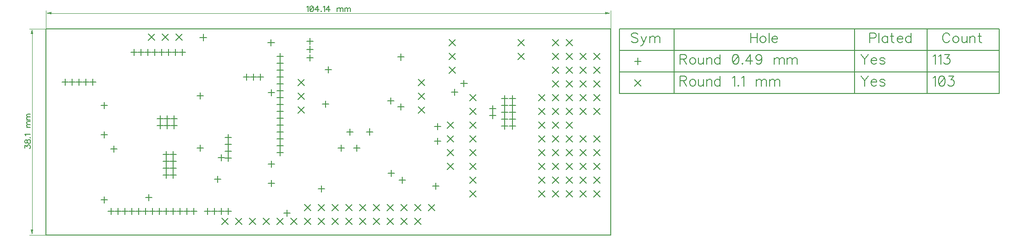
<source format=gbr>
G04 DipTrace 2.4.0.2*
%INThrough.gbr*%
%MOMM*%
G04 Drill Symbols*
G04 D=0.486 - Cross*
G04 D=1.1 - X*
%ADD10C,0.203*%
%ADD11C,0.14*%
%ADD13C,0.035*%
%ADD86C,0.157*%
%FSLAX53Y53*%
G04*
G71*
G90*
G75*
G01*
X95923Y36157D2*
D10*
X97117Y34963D1*
Y36157D2*
X95923Y34963D1*
X93383Y36157D2*
X94577Y34963D1*
Y36157D2*
X93383Y34963D1*
X95923Y33617D2*
X97117Y32423D1*
Y33617D2*
X95923Y32423D1*
X93383Y33617D2*
X94577Y32423D1*
Y33617D2*
X93383Y32423D1*
X95923Y31077D2*
X97117Y29883D1*
Y31077D2*
X95923Y29883D1*
X93383Y31077D2*
X94577Y29883D1*
Y31077D2*
X93383Y29883D1*
X95923Y28537D2*
X97117Y27343D1*
Y28537D2*
X95923Y27343D1*
X93383Y28537D2*
X94577Y27343D1*
Y28537D2*
X93383Y27343D1*
X95923Y25997D2*
X97117Y24803D1*
Y25997D2*
X95923Y24803D1*
X93383Y25997D2*
X94577Y24803D1*
Y25997D2*
X93383Y24803D1*
X95923Y23457D2*
X97117Y22263D1*
Y23457D2*
X95923Y22263D1*
X93383Y23457D2*
X94577Y22263D1*
Y23457D2*
X93383Y22263D1*
X95923Y20917D2*
X97117Y19723D1*
Y20917D2*
X95923Y19723D1*
X93383Y20917D2*
X94577Y19723D1*
Y20917D2*
X93383Y19723D1*
X95923Y18377D2*
X97117Y17183D1*
Y18377D2*
X95923Y17183D1*
X93383Y18377D2*
X94577Y17183D1*
Y18377D2*
X93383Y17183D1*
X95923Y15837D2*
X97117Y14643D1*
Y15837D2*
X95923Y14643D1*
X93383Y15837D2*
X94577Y14643D1*
Y15837D2*
X93383Y14643D1*
X95923Y13297D2*
X97117Y12103D1*
Y13297D2*
X95923Y12103D1*
X93383Y13297D2*
X94577Y12103D1*
Y13297D2*
X93383Y12103D1*
X95923Y10757D2*
X97117Y9563D1*
Y10757D2*
X95923Y9563D1*
X93383Y10757D2*
X94577Y9563D1*
Y10757D2*
X93383Y9563D1*
X95923Y8217D2*
X97117Y7023D1*
Y8217D2*
X95923Y7023D1*
X93383Y8217D2*
X94577Y7023D1*
Y8217D2*
X93383Y7023D1*
X47663Y5677D2*
X48857Y4483D1*
Y5677D2*
X47663Y4483D1*
X50203Y5677D2*
X51397Y4483D1*
Y5677D2*
X50203Y4483D1*
X52743Y5677D2*
X53937Y4483D1*
Y5677D2*
X52743Y4483D1*
X55283Y5677D2*
X56477Y4483D1*
Y5677D2*
X55283Y4483D1*
X57823Y5677D2*
X59017Y4483D1*
Y5677D2*
X57823Y4483D1*
X60363Y5677D2*
X61557Y4483D1*
Y5677D2*
X60363Y4483D1*
X62903Y5677D2*
X64097Y4483D1*
Y5677D2*
X62903Y4483D1*
X65443Y5677D2*
X66637Y4483D1*
Y5677D2*
X65443Y4483D1*
X67983Y5677D2*
X69177Y4483D1*
Y5677D2*
X67983Y4483D1*
X70523Y5677D2*
X71717Y4483D1*
Y5677D2*
X70523Y4483D1*
X101003Y8217D2*
X102197Y7023D1*
Y8217D2*
X101003Y7023D1*
X98463Y8217D2*
X99657Y7023D1*
Y8217D2*
X98463Y7023D1*
X101003Y10757D2*
X102197Y9563D1*
Y10757D2*
X101003Y9563D1*
X98463Y10757D2*
X99657Y9563D1*
Y10757D2*
X98463Y9563D1*
X101003Y13297D2*
X102197Y12103D1*
Y13297D2*
X101003Y12103D1*
X98463Y13297D2*
X99657Y12103D1*
Y13297D2*
X98463Y12103D1*
X101003Y15837D2*
X102197Y14643D1*
Y15837D2*
X101003Y14643D1*
X98463Y15837D2*
X99657Y14643D1*
Y15837D2*
X98463Y14643D1*
X101003Y18377D2*
X102197Y17183D1*
Y18377D2*
X101003Y17183D1*
X98463Y18377D2*
X99657Y17183D1*
Y18377D2*
X98463Y17183D1*
X101003Y23457D2*
X102197Y22263D1*
Y23457D2*
X101003Y22263D1*
X98463Y23457D2*
X99657Y22263D1*
Y23457D2*
X98463Y22263D1*
X101003Y25997D2*
X102197Y24803D1*
Y25997D2*
X101003Y24803D1*
X98463Y25997D2*
X99657Y24803D1*
Y25997D2*
X98463Y24803D1*
X101003Y28537D2*
X102197Y27343D1*
Y28537D2*
X101003Y27343D1*
X98463Y28537D2*
X99657Y27343D1*
Y28537D2*
X98463Y27343D1*
X101003Y31077D2*
X102197Y29883D1*
Y31077D2*
X101003Y29883D1*
X98463Y31077D2*
X99657Y29883D1*
Y31077D2*
X98463Y29883D1*
X101003Y33617D2*
X102197Y32423D1*
Y33617D2*
X101003Y32423D1*
X98463Y33617D2*
X99657Y32423D1*
Y33617D2*
X98463Y32423D1*
X18913Y37107D2*
X20107Y35913D1*
Y37107D2*
X18913Y35913D1*
X21453Y37107D2*
X22647Y35913D1*
Y37107D2*
X21453Y35913D1*
X23993Y37107D2*
X25187Y35913D1*
Y37107D2*
X23993Y35913D1*
X46517Y23711D2*
X47711Y22517D1*
Y23711D2*
X46517Y22517D1*
Y26251D2*
X47711Y25057D1*
Y26251D2*
X46517Y25057D1*
Y28791D2*
X47711Y27597D1*
Y28791D2*
X46517Y27597D1*
X68704Y23701D2*
X69898Y22507D1*
Y23701D2*
X68704Y22507D1*
Y26241D2*
X69898Y25047D1*
Y26241D2*
X68704Y25047D1*
Y28781D2*
X69898Y27587D1*
Y28781D2*
X68704Y27587D1*
X87033Y33617D2*
X88227Y32423D1*
Y33617D2*
X87033Y32423D1*
Y36157D2*
X88227Y34963D1*
Y36157D2*
X87033Y34963D1*
X74333Y31077D2*
X75527Y29883D1*
Y31077D2*
X74333Y29883D1*
Y33617D2*
X75527Y32423D1*
Y33617D2*
X74333Y32423D1*
Y36157D2*
X75527Y34963D1*
Y36157D2*
X74333Y34963D1*
X74023Y13298D2*
X75217Y12104D1*
Y13298D2*
X74023Y12104D1*
Y15838D2*
X75217Y14644D1*
Y15838D2*
X74023Y14644D1*
Y18378D2*
X75217Y17184D1*
Y18378D2*
X74023Y17184D1*
Y20918D2*
X75217Y19724D1*
Y20918D2*
X74023Y19724D1*
X90843Y8217D2*
X92037Y7023D1*
Y8217D2*
X90843Y7023D1*
Y10757D2*
X92037Y9563D1*
Y10757D2*
X90843Y9563D1*
Y13297D2*
X92037Y12103D1*
Y13297D2*
X90843Y12103D1*
Y15837D2*
X92037Y14643D1*
Y15837D2*
X90843Y14643D1*
Y18377D2*
X92037Y17183D1*
Y18377D2*
X90843Y17183D1*
Y20917D2*
X92037Y19723D1*
Y20917D2*
X90843Y19723D1*
Y23457D2*
X92037Y22263D1*
Y23457D2*
X90843Y22263D1*
Y25997D2*
X92037Y24803D1*
Y25997D2*
X90843Y24803D1*
X78143Y8217D2*
X79337Y7023D1*
Y8217D2*
X78143Y7023D1*
Y10757D2*
X79337Y9563D1*
Y10757D2*
X78143Y9563D1*
Y13297D2*
X79337Y12103D1*
Y13297D2*
X78143Y12103D1*
Y15837D2*
X79337Y14643D1*
Y15837D2*
X78143Y14643D1*
Y18377D2*
X79337Y17183D1*
Y18377D2*
X78143Y17183D1*
Y20917D2*
X79337Y19723D1*
Y20917D2*
X78143Y19723D1*
Y23457D2*
X79337Y22263D1*
Y23457D2*
X78143Y22263D1*
Y25997D2*
X79337Y24803D1*
Y25997D2*
X78143Y24803D1*
X32423Y3137D2*
X33617Y1943D1*
Y3137D2*
X32423Y1943D1*
X34963Y3137D2*
X36157Y1943D1*
Y3137D2*
X34963Y1943D1*
X37503Y3137D2*
X38697Y1943D1*
Y3137D2*
X37503Y1943D1*
X40043Y3137D2*
X41237Y1943D1*
Y3137D2*
X40043Y1943D1*
X42583Y3137D2*
X43777Y1943D1*
Y3137D2*
X42583Y1943D1*
X45123Y3137D2*
X46317Y1943D1*
Y3137D2*
X45123Y1943D1*
X47663Y3137D2*
X48857Y1943D1*
Y3137D2*
X47663Y1943D1*
X50203Y3137D2*
X51397Y1943D1*
Y3137D2*
X50203Y1943D1*
X52743Y3137D2*
X53937Y1943D1*
Y3137D2*
X52743Y1943D1*
X55283Y3137D2*
X56477Y1943D1*
Y3137D2*
X55283Y1943D1*
X57823Y3137D2*
X59017Y1943D1*
Y3137D2*
X57823Y1943D1*
X60363Y3137D2*
X61557Y1943D1*
Y3137D2*
X60363Y1943D1*
X62903Y3137D2*
X64097Y1943D1*
Y3137D2*
X62903Y1943D1*
X65443Y3137D2*
X66637Y1943D1*
Y3137D2*
X65443Y1943D1*
X67983Y3137D2*
X69177Y1943D1*
Y3137D2*
X67983Y1943D1*
X22225Y15447D2*
Y14253D1*
X21628Y14850D2*
X22822D1*
X22225Y14177D2*
Y12983D1*
X21628Y13580D2*
X22822D1*
X43180Y33617D2*
Y32423D1*
X42583Y33020D2*
X43777D1*
X43180Y32347D2*
Y31153D1*
X42583Y31750D2*
X43777D1*
X43180Y31077D2*
Y29883D1*
X42583Y30480D2*
X43777D1*
X43180Y29807D2*
Y28613D1*
X42583Y29210D2*
X43777D1*
X43180Y28537D2*
Y27343D1*
X42583Y27940D2*
X43777D1*
X43180Y27267D2*
Y26073D1*
X42583Y26670D2*
X43777D1*
X43180Y25997D2*
Y24803D1*
X42583Y25400D2*
X43777D1*
X43180Y24727D2*
Y23533D1*
X42583Y24130D2*
X43777D1*
X43180Y23457D2*
Y22263D1*
X42583Y22860D2*
X43777D1*
X43180Y22187D2*
Y20993D1*
X42583Y21590D2*
X43777D1*
X43180Y20917D2*
Y19723D1*
X42583Y20320D2*
X43777D1*
X43180Y19647D2*
Y18453D1*
X42583Y19050D2*
X43777D1*
X43180Y18377D2*
Y17183D1*
X42583Y17780D2*
X43777D1*
X43180Y17107D2*
Y15913D1*
X42583Y16510D2*
X43777D1*
X43180Y15837D2*
Y14643D1*
X42583Y15240D2*
X43777D1*
X21070Y22067D2*
Y20873D1*
X20473Y21470D2*
X21667D1*
X12070Y4937D2*
Y3743D1*
X11473Y4340D2*
X12667D1*
X13340Y4937D2*
Y3743D1*
X12743Y4340D2*
X13937D1*
X22225Y12907D2*
Y11713D1*
X21628Y12310D2*
X22822D1*
X22225Y11637D2*
Y10443D1*
X21628Y11040D2*
X22822D1*
X23495Y15447D2*
Y14253D1*
X22898Y14850D2*
X24092D1*
X23495Y14177D2*
Y12983D1*
X22898Y13580D2*
X24092D1*
X23495Y12907D2*
Y11713D1*
X22898Y12310D2*
X24092D1*
X23495Y11637D2*
Y10443D1*
X22898Y11040D2*
X24092D1*
X16270Y34337D2*
Y33143D1*
X15673Y33740D2*
X16867D1*
X17540Y34337D2*
Y33143D1*
X16943Y33740D2*
X18137D1*
X18810Y34337D2*
Y33143D1*
X18213Y33740D2*
X19407D1*
X20080Y34337D2*
Y33143D1*
X19483Y33740D2*
X20677D1*
X84623Y25803D2*
Y24609D1*
X84026Y25206D2*
X85220D1*
X84623Y24533D2*
Y23339D1*
X84026Y23936D2*
X85220D1*
X84623Y23263D2*
Y22069D1*
X84026Y22666D2*
X85220D1*
X84623Y21993D2*
Y20799D1*
X84026Y21396D2*
X85220D1*
X86052Y25803D2*
Y24609D1*
X85455Y25206D2*
X86649D1*
X86052Y24533D2*
Y23339D1*
X85455Y23936D2*
X86649D1*
X86052Y23263D2*
Y22069D1*
X85455Y22666D2*
X86649D1*
X86052Y21993D2*
Y20799D1*
X85455Y21396D2*
X86649D1*
X84623Y20723D2*
Y19529D1*
X84026Y20126D2*
X85220D1*
X86052Y20723D2*
Y19529D1*
X85455Y20126D2*
X86649D1*
X82400Y23898D2*
Y22704D1*
X81803Y23301D2*
X82997D1*
X82400Y22628D2*
Y21434D1*
X81803Y22031D2*
X82997D1*
X21350Y34337D2*
Y33143D1*
X20753Y33740D2*
X21947D1*
X22620Y34337D2*
Y33143D1*
X22023Y33740D2*
X23217D1*
X23890Y34337D2*
Y33143D1*
X23293Y33740D2*
X24487D1*
X25160Y34337D2*
Y33143D1*
X24563Y33740D2*
X25757D1*
X22340Y22067D2*
Y20873D1*
X21743Y21470D2*
X22937D1*
X23610Y22067D2*
Y20873D1*
X23013Y21470D2*
X24207D1*
X14610Y4937D2*
Y3743D1*
X14013Y4340D2*
X15207D1*
X15880Y4937D2*
Y3743D1*
X15283Y4340D2*
X16477D1*
X17150Y4937D2*
Y3743D1*
X16553Y4340D2*
X17747D1*
X18420Y4937D2*
Y3743D1*
X17823Y4340D2*
X19017D1*
X19690Y4937D2*
Y3743D1*
X19093Y4340D2*
X20287D1*
X20960Y4937D2*
Y3743D1*
X20363Y4340D2*
X21557D1*
X22230Y4937D2*
Y3743D1*
X21633Y4340D2*
X22827D1*
X23500Y4937D2*
Y3743D1*
X22903Y4340D2*
X24097D1*
X24770Y4937D2*
Y3743D1*
X24173Y4340D2*
X25367D1*
X26040Y4937D2*
Y3743D1*
X25443Y4340D2*
X26637D1*
X27310Y4937D2*
Y3743D1*
X26713Y4340D2*
X27907D1*
X21070Y20797D2*
Y19603D1*
X20473Y20200D2*
X21667D1*
X29850Y4937D2*
Y3743D1*
X29253Y4340D2*
X30447D1*
X31120Y4937D2*
Y3743D1*
X30523Y4340D2*
X31717D1*
X32390Y4937D2*
Y3743D1*
X31793Y4340D2*
X32987D1*
X33660Y4937D2*
Y3743D1*
X33063Y4340D2*
X34257D1*
X22340Y20797D2*
Y19603D1*
X21743Y20200D2*
X22937D1*
X23610Y20797D2*
Y19603D1*
X23013Y20200D2*
X24207D1*
X3570Y28837D2*
Y27643D1*
X2973Y28240D2*
X4167D1*
X4840Y28837D2*
Y27643D1*
X4243Y28240D2*
X5437D1*
X6110Y28837D2*
Y27643D1*
X5513Y28240D2*
X6707D1*
X7380Y28837D2*
Y27643D1*
X6783Y28240D2*
X7977D1*
X8650Y28837D2*
Y27643D1*
X8053Y28240D2*
X9247D1*
X37040Y29797D2*
Y28603D1*
X36443Y29200D2*
X37637D1*
X38310Y29797D2*
Y28603D1*
X37713Y29200D2*
X38907D1*
X39580Y29797D2*
Y28603D1*
X38983Y29200D2*
X40177D1*
X33655Y18622D2*
Y17428D1*
X33058Y18025D2*
X34252D1*
X33655Y17352D2*
Y16158D1*
X33058Y16755D2*
X34252D1*
X33655Y16082D2*
Y14888D1*
X33058Y15485D2*
X34252D1*
X33655Y14812D2*
Y13618D1*
X33058Y14215D2*
X34252D1*
X65722Y10757D2*
Y9563D1*
X65126Y10160D2*
X66319D1*
X77107Y28572D2*
Y27378D1*
X76510Y27975D2*
X77704D1*
X57315Y16632D2*
Y15438D1*
X56718Y16035D2*
X57912D1*
X54457Y16632D2*
Y15438D1*
X53860Y16035D2*
X55054D1*
X75406Y26950D2*
Y25756D1*
X74809Y26353D2*
X76003D1*
X32340Y14862D2*
Y13668D1*
X31743Y14265D2*
X32937D1*
X31697Y10912D2*
Y9718D1*
X31100Y10315D2*
X32294D1*
X10750Y24497D2*
Y23303D1*
X10153Y23900D2*
X11347D1*
X10750Y19137D2*
Y17943D1*
X10153Y18540D2*
X11347D1*
X10750Y7067D2*
Y5873D1*
X10153Y6470D2*
X11347D1*
X18970Y7537D2*
Y6343D1*
X18373Y6940D2*
X19567D1*
X29020Y37097D2*
Y35903D1*
X28423Y36500D2*
X29617D1*
X41550Y36147D2*
Y34953D1*
X40953Y35550D2*
X42147D1*
X41610Y26917D2*
Y25723D1*
X41013Y26320D2*
X42207D1*
X41610Y13687D2*
Y12493D1*
X41013Y13090D2*
X42207D1*
X41610Y10147D2*
Y8953D1*
X41013Y9550D2*
X42207D1*
X56039Y19649D2*
Y18455D1*
X55442Y19052D2*
X56636D1*
X59690Y19655D2*
Y18461D1*
X59093Y19058D2*
X60287D1*
X63659Y12027D2*
Y10833D1*
X63062Y11430D2*
X64256D1*
X72239Y20602D2*
Y19408D1*
X71642Y20005D2*
X72836D1*
X72239Y17903D2*
Y16709D1*
X71642Y17306D2*
X72836D1*
X44500Y4597D2*
Y3403D1*
X43903Y4000D2*
X45097D1*
X50850Y9122D2*
Y7928D1*
X50253Y8525D2*
X51447D1*
X71925Y9622D2*
Y8428D1*
X71328Y9025D2*
X72522D1*
X48741Y33303D2*
Y32109D1*
X48144Y32706D2*
X49338D1*
X51550Y24797D2*
Y23603D1*
X50953Y24200D2*
X52147D1*
X65475Y33462D2*
Y32268D1*
X64878Y32865D2*
X66072D1*
X65475Y24297D2*
Y23103D1*
X64878Y23700D2*
X66072D1*
X48700Y36397D2*
Y35203D1*
X48103Y35800D2*
X49297D1*
X63633Y25367D2*
Y24173D1*
X63036Y24770D2*
X64230D1*
X52060Y31157D2*
Y29963D1*
X51463Y30560D2*
X52657D1*
X48700Y34897D2*
Y33703D1*
X48103Y34300D2*
X49297D1*
X28456Y16652D2*
Y15458D1*
X27859Y16055D2*
X29053D1*
X28456Y26277D2*
Y25083D1*
X27859Y25680D2*
X29053D1*
X12580Y16499D2*
Y15305D1*
X11983Y15902D2*
X13177D1*
X105807Y38100D2*
X115807D1*
Y34100D1*
X105807D1*
Y38100D1*
Y34100D2*
X115807D1*
Y30100D1*
X105807D1*
Y34100D1*
Y30100D2*
X115807D1*
Y26100D1*
X105807D1*
Y30100D1*
X115807Y38100D2*
X149140D1*
Y34100D1*
X115807D1*
Y38100D1*
Y34100D2*
X149140D1*
Y30100D1*
X115807D1*
Y34100D1*
Y30100D2*
X149140D1*
Y26100D1*
X115807D1*
Y30100D1*
X149140Y38100D2*
X162473D1*
Y34100D1*
X149140D1*
Y38100D1*
Y34100D2*
X162473D1*
Y30100D1*
X149140D1*
Y34100D1*
Y30100D2*
X162473D1*
Y26100D1*
X149140D1*
Y30100D1*
X162473Y38100D2*
X175807D1*
Y34100D1*
X162473D1*
Y38100D1*
Y34100D2*
X175807D1*
Y30100D1*
X162473D1*
Y34100D1*
Y30100D2*
X175807D1*
Y26100D1*
X162473D1*
Y30100D1*
X109140Y32697D2*
Y31503D1*
X108543Y32100D2*
X109737D1*
X108543Y28697D2*
X109737Y27503D1*
Y28697D2*
X108543Y27503D1*
X109147Y37057D2*
X108978Y37228D1*
X108723Y37312D1*
X108383D1*
X108127Y37228D1*
X107956Y37057D1*
Y36888D1*
X108043Y36717D1*
X108127Y36632D1*
X108296Y36548D1*
X108807Y36377D1*
X108978Y36292D1*
X109063Y36206D1*
X109147Y36037D1*
Y35781D1*
X108978Y35612D1*
X108723Y35526D1*
X108383D1*
X108127Y35612D1*
X107956Y35781D1*
X109783Y36717D2*
X110292Y35526D1*
X110123Y35186D1*
X109952Y35015D1*
X109783Y34930D1*
X109696D1*
X110803Y36717D2*
X110292Y35526D1*
X111352Y36717D2*
Y35526D1*
Y36377D2*
X111607Y36632D1*
X111778Y36717D1*
X112032D1*
X112203Y36632D1*
X112287Y36377D1*
Y35526D1*
Y36377D2*
X112543Y36632D1*
X112714Y36717D1*
X112967D1*
X113138Y36632D1*
X113225Y36377D1*
Y35526D1*
X129948Y37312D2*
Y35526D1*
X131139Y37312D2*
Y35526D1*
X129948Y36461D2*
X131139D1*
X132112Y36717D2*
X131943Y36632D1*
X131772Y36461D1*
X131688Y36206D1*
Y36037D1*
X131772Y35781D1*
X131943Y35612D1*
X132112Y35526D1*
X132368D1*
X132539Y35612D1*
X132708Y35781D1*
X132794Y36037D1*
Y36206D1*
X132708Y36461D1*
X132539Y36632D1*
X132368Y36717D1*
X132112D1*
X133343Y37312D2*
Y35526D1*
X133892Y36206D2*
X134912D1*
Y36377D1*
X134828Y36548D1*
X134743Y36632D1*
X134572Y36717D1*
X134317D1*
X134148Y36632D1*
X133977Y36461D1*
X133892Y36206D1*
Y36037D1*
X133977Y35781D1*
X134148Y35612D1*
X134317Y35526D1*
X134572D1*
X134743Y35612D1*
X134912Y35781D1*
X116944Y32461D2*
X117708D1*
X117964Y32548D1*
X118050Y32632D1*
X118135Y32801D1*
Y32972D1*
X118050Y33141D1*
X117964Y33228D1*
X117708Y33312D1*
X116944D1*
Y31526D1*
X117539Y32461D2*
X118135Y31526D1*
X119108Y32717D2*
X118939Y32632D1*
X118768Y32461D1*
X118684Y32206D1*
Y32037D1*
X118768Y31781D1*
X118939Y31612D1*
X119108Y31526D1*
X119364D1*
X119535Y31612D1*
X119704Y31781D1*
X119790Y32037D1*
Y32206D1*
X119704Y32461D1*
X119535Y32632D1*
X119364Y32717D1*
X119108D1*
X120339D2*
Y31866D1*
X120424Y31612D1*
X120595Y31526D1*
X120850D1*
X121020Y31612D1*
X121275Y31866D1*
Y32717D2*
Y31526D1*
X121824Y32717D2*
Y31526D1*
Y32377D2*
X122080Y32632D1*
X122251Y32717D1*
X122504D1*
X122675Y32632D1*
X122760Y32377D1*
Y31526D1*
X124329Y33312D2*
Y31526D1*
Y32461D2*
X124160Y32632D1*
X123989Y32717D1*
X123733D1*
X123564Y32632D1*
X123393Y32461D1*
X123309Y32206D1*
Y32037D1*
X123393Y31781D1*
X123564Y31612D1*
X123733Y31526D1*
X123989D1*
X124160Y31612D1*
X124329Y31781D1*
X127117Y33310D2*
X126861Y33226D1*
X126690Y32970D1*
X126606Y32546D1*
Y32290D1*
X126690Y31866D1*
X126861Y31610D1*
X127117Y31526D1*
X127286D1*
X127541Y31610D1*
X127710Y31866D1*
X127797Y32290D1*
Y32546D1*
X127710Y32970D1*
X127541Y33226D1*
X127286Y33310D1*
X127117D1*
X127710Y32970D2*
X126690Y31866D1*
X128430Y31697D2*
X128346Y31610D1*
X128430Y31526D1*
X128517Y31610D1*
X128430Y31697D1*
X129917Y31526D2*
Y33310D1*
X129066Y32121D1*
X130341D1*
X131997Y32717D2*
X131911Y32461D1*
X131742Y32290D1*
X131486Y32206D1*
X131401D1*
X131146Y32290D1*
X130977Y32461D1*
X130890Y32717D1*
Y32801D1*
X130977Y33057D1*
X131146Y33226D1*
X131401Y33310D1*
X131486D1*
X131742Y33226D1*
X131911Y33057D1*
X131997Y32717D1*
Y32290D1*
X131911Y31866D1*
X131742Y31610D1*
X131486Y31526D1*
X131317D1*
X131061Y31610D1*
X130977Y31781D1*
X134274Y32717D2*
Y31526D1*
Y32377D2*
X134530Y32632D1*
X134701Y32717D1*
X134954D1*
X135125Y32632D1*
X135210Y32377D1*
Y31526D1*
Y32377D2*
X135465Y32632D1*
X135636Y32717D1*
X135890D1*
X136061Y32632D1*
X136147Y32377D1*
Y31526D1*
X136696Y32717D2*
Y31526D1*
Y32377D2*
X136952Y32632D1*
X137123Y32717D1*
X137376D1*
X137547Y32632D1*
X137632Y32377D1*
Y31526D1*
Y32377D2*
X137887Y32632D1*
X138058Y32717D1*
X138312D1*
X138483Y32632D1*
X138569Y32377D1*
Y31526D1*
X116944Y28461D2*
X117708D1*
X117964Y28548D1*
X118050Y28632D1*
X118135Y28801D1*
Y28972D1*
X118050Y29141D1*
X117964Y29228D1*
X117708Y29312D1*
X116944D1*
Y27526D1*
X117539Y28461D2*
X118135Y27526D1*
X119108Y28717D2*
X118939Y28632D1*
X118768Y28461D1*
X118684Y28206D1*
Y28037D1*
X118768Y27781D1*
X118939Y27612D1*
X119108Y27526D1*
X119364D1*
X119535Y27612D1*
X119704Y27781D1*
X119790Y28037D1*
Y28206D1*
X119704Y28461D1*
X119535Y28632D1*
X119364Y28717D1*
X119108D1*
X120339D2*
Y27866D1*
X120424Y27612D1*
X120595Y27526D1*
X120850D1*
X121020Y27612D1*
X121275Y27866D1*
Y28717D2*
Y27526D1*
X121824Y28717D2*
Y27526D1*
Y28377D2*
X122080Y28632D1*
X122251Y28717D1*
X122504D1*
X122675Y28632D1*
X122760Y28377D1*
Y27526D1*
X124329Y29312D2*
Y27526D1*
Y28461D2*
X124160Y28632D1*
X123989Y28717D1*
X123733D1*
X123564Y28632D1*
X123393Y28461D1*
X123309Y28206D1*
Y28037D1*
X123393Y27781D1*
X123564Y27612D1*
X123733Y27526D1*
X123989D1*
X124160Y27612D1*
X124329Y27781D1*
X126606Y28970D2*
X126777Y29057D1*
X127032Y29310D1*
Y27526D1*
X127666Y27697D2*
X127581Y27610D1*
X127666Y27526D1*
X127752Y27610D1*
X127666Y27697D1*
X128301Y28970D2*
X128472Y29057D1*
X128728Y29310D1*
Y27526D1*
X131005Y28717D2*
Y27526D1*
Y28377D2*
X131261Y28632D1*
X131432Y28717D1*
X131685D1*
X131856Y28632D1*
X131941Y28377D1*
Y27526D1*
Y28377D2*
X132196Y28632D1*
X132367Y28717D1*
X132621D1*
X132792Y28632D1*
X132878Y28377D1*
Y27526D1*
X133427Y28717D2*
Y27526D1*
Y28377D2*
X133683Y28632D1*
X133854Y28717D1*
X134107D1*
X134278Y28632D1*
X134363Y28377D1*
Y27526D1*
Y28377D2*
X134618Y28632D1*
X134789Y28717D1*
X135043D1*
X135214Y28632D1*
X135300Y28377D1*
Y27526D1*
X151876Y36377D2*
X152643D1*
X152896Y36461D1*
X152983Y36548D1*
X153067Y36717D1*
Y36972D1*
X152983Y37141D1*
X152896Y37228D1*
X152643Y37312D1*
X151876D1*
Y35526D1*
X153616Y37312D2*
Y35526D1*
X155185Y36717D2*
Y35526D1*
Y36461D2*
X155016Y36632D1*
X154845Y36717D1*
X154592D1*
X154421Y36632D1*
X154252Y36461D1*
X154165Y36206D1*
Y36037D1*
X154252Y35781D1*
X154421Y35612D1*
X154592Y35526D1*
X154845D1*
X155016Y35612D1*
X155185Y35781D1*
X155990Y37312D2*
Y35866D1*
X156074Y35612D1*
X156245Y35526D1*
X156414D1*
X155734Y36717D2*
X156330D1*
X156963Y36206D2*
X157983D1*
Y36377D1*
X157899Y36548D1*
X157814Y36632D1*
X157643Y36717D1*
X157388D1*
X157219Y36632D1*
X157048Y36461D1*
X156963Y36206D1*
Y36037D1*
X157048Y35781D1*
X157219Y35612D1*
X157388Y35526D1*
X157643D1*
X157814Y35612D1*
X157983Y35781D1*
X159553Y37312D2*
Y35526D1*
Y36461D2*
X159384Y36632D1*
X159213Y36717D1*
X158957D1*
X158788Y36632D1*
X158617Y36461D1*
X158533Y36206D1*
Y36037D1*
X158617Y35781D1*
X158788Y35612D1*
X158957Y35526D1*
X159213D1*
X159384Y35612D1*
X159553Y35781D1*
X150277Y33312D2*
X150957Y32461D1*
Y31526D1*
X151637Y33312D2*
X150957Y32461D1*
X152186Y32206D2*
X153206D1*
Y32377D1*
X153122Y32548D1*
X153037Y32632D1*
X152866Y32717D1*
X152611D1*
X152442Y32632D1*
X152271Y32461D1*
X152186Y32206D1*
Y32037D1*
X152271Y31781D1*
X152442Y31612D1*
X152611Y31526D1*
X152866D1*
X153037Y31612D1*
X153206Y31781D1*
X154691Y32461D2*
X154606Y32632D1*
X154351Y32717D1*
X154095D1*
X153840Y32632D1*
X153755Y32461D1*
X153840Y32292D1*
X154011Y32206D1*
X154435Y32121D1*
X154606Y32037D1*
X154691Y31866D1*
Y31781D1*
X154606Y31612D1*
X154351Y31526D1*
X154095D1*
X153840Y31612D1*
X153755Y31781D1*
X150277Y29312D2*
X150957Y28461D1*
Y27526D1*
X151637Y29312D2*
X150957Y28461D1*
X152186Y28206D2*
X153206D1*
Y28377D1*
X153122Y28548D1*
X153037Y28632D1*
X152866Y28717D1*
X152611D1*
X152442Y28632D1*
X152271Y28461D1*
X152186Y28206D1*
Y28037D1*
X152271Y27781D1*
X152442Y27612D1*
X152611Y27526D1*
X152866D1*
X153037Y27612D1*
X153206Y27781D1*
X154691Y28461D2*
X154606Y28632D1*
X154351Y28717D1*
X154095D1*
X153840Y28632D1*
X153755Y28461D1*
X153840Y28292D1*
X154011Y28206D1*
X154435Y28121D1*
X154606Y28037D1*
X154691Y27866D1*
Y27781D1*
X154606Y27612D1*
X154351Y27526D1*
X154095D1*
X153840Y27612D1*
X153755Y27781D1*
X166687Y36888D2*
X166602Y37057D1*
X166431Y37228D1*
X166262Y37312D1*
X165922D1*
X165751Y37228D1*
X165582Y37057D1*
X165496Y36888D1*
X165411Y36632D1*
Y36206D1*
X165496Y35952D1*
X165582Y35781D1*
X165751Y35612D1*
X165922Y35526D1*
X166262D1*
X166431Y35612D1*
X166602Y35781D1*
X166687Y35952D1*
X167660Y36717D2*
X167491Y36632D1*
X167320Y36461D1*
X167236Y36206D1*
Y36037D1*
X167320Y35781D1*
X167491Y35612D1*
X167660Y35526D1*
X167916D1*
X168087Y35612D1*
X168256Y35781D1*
X168342Y36037D1*
Y36206D1*
X168256Y36461D1*
X168087Y36632D1*
X167916Y36717D1*
X167660D1*
X168892D2*
Y35866D1*
X168976Y35612D1*
X169147Y35526D1*
X169403D1*
X169572Y35612D1*
X169827Y35866D1*
Y36717D2*
Y35526D1*
X170376Y36717D2*
Y35526D1*
Y36377D2*
X170632Y36632D1*
X170803Y36717D1*
X171056D1*
X171227Y36632D1*
X171312Y36377D1*
Y35526D1*
X172116Y37312D2*
Y35866D1*
X172201Y35612D1*
X172372Y35526D1*
X172541D1*
X171861Y36717D2*
X172456D1*
X163611Y32970D2*
X163782Y33057D1*
X164037Y33310D1*
Y31526D1*
X164586Y32970D2*
X164757Y33057D1*
X165013Y33310D1*
Y31526D1*
X165733Y33310D2*
X166666D1*
X166157Y32630D1*
X166413D1*
X166582Y32546D1*
X166666Y32461D1*
X166753Y32206D1*
Y32037D1*
X166666Y31781D1*
X166497Y31610D1*
X166242Y31526D1*
X165986D1*
X165733Y31610D1*
X165648Y31697D1*
X165562Y31866D1*
X163611Y28970D2*
X163782Y29057D1*
X164037Y29310D1*
Y27526D1*
X165097Y29310D2*
X164842Y29226D1*
X164671Y28970D1*
X164586Y28546D1*
Y28290D1*
X164671Y27866D1*
X164842Y27610D1*
X165097Y27526D1*
X165266D1*
X165522Y27610D1*
X165691Y27866D1*
X165777Y28290D1*
Y28546D1*
X165691Y28970D1*
X165522Y29226D1*
X165266Y29310D1*
X165097D1*
X165691Y28970D2*
X164671Y27866D1*
X166497Y29310D2*
X167431D1*
X166922Y28630D1*
X167177D1*
X167346Y28546D1*
X167431Y28461D1*
X167517Y28206D1*
Y28037D1*
X167431Y27781D1*
X167262Y27610D1*
X167006Y27526D1*
X166751D1*
X166497Y27610D1*
X166413Y27697D1*
X166326Y27866D1*
%LNTop*%
%LPD*%
X0Y0D2*
D11*
X104140D1*
Y38100D1*
X0D1*
Y0D1*
%LNBottom*%
X104140Y38100D2*
D13*
Y41462D1*
X0Y38100D2*
Y41462D1*
X52070Y40962D2*
X103140D1*
G36*
X104140D2*
X103140Y40762D1*
Y41162D1*
X104140Y40962D1*
G37*
X52070D2*
D13*
X1000D1*
G36*
X0D2*
X1000Y41162D1*
Y40762D1*
X0Y40962D1*
G37*
Y38100D2*
D13*
X-3040D1*
X0Y0D2*
X-3040D1*
X-2540Y19050D2*
Y37100D1*
G36*
Y38100D2*
X-2340Y37100D1*
X-2740D1*
X-2540Y38100D1*
G37*
Y19050D2*
D13*
Y1000D1*
G36*
Y0D2*
X-2740Y1000D1*
X-2340D1*
X-2540Y0D1*
G37*
X48125Y42097D2*
D86*
X48222Y42147D1*
X48368Y42292D1*
Y41272D1*
X48974Y42292D2*
X48828Y42243D1*
X48730Y42097D1*
X48682Y41855D1*
Y41709D1*
X48730Y41466D1*
X48828Y41320D1*
X48974Y41272D1*
X49071D1*
X49217Y41320D1*
X49313Y41466D1*
X49363Y41709D1*
Y41855D1*
X49313Y42097D1*
X49217Y42243D1*
X49071Y42292D1*
X48974D1*
X49313Y42097D2*
X48730Y41466D1*
X50163Y41272D2*
Y42292D1*
X49676Y41612D1*
X50405D1*
X50767Y41370D2*
X50719Y41320D1*
X50767Y41272D1*
X50817Y41320D1*
X50767Y41370D1*
X51130Y42097D2*
X51228Y42147D1*
X51374Y42292D1*
Y41272D1*
X52174D2*
Y42292D1*
X51688Y41612D1*
X52417D1*
X53718Y41953D2*
Y41272D1*
Y41758D2*
X53864Y41904D1*
X53962Y41953D1*
X54107D1*
X54204Y41904D1*
X54253Y41758D1*
Y41272D1*
Y41758D2*
X54399Y41904D1*
X54496Y41953D1*
X54641D1*
X54739Y41904D1*
X54788Y41758D1*
Y41272D1*
X55102Y41953D2*
Y41272D1*
Y41758D2*
X55248Y41904D1*
X55346Y41953D1*
X55491D1*
X55588Y41904D1*
X55637Y41758D1*
Y41272D1*
Y41758D2*
X55783Y41904D1*
X55880Y41953D1*
X56025D1*
X56123Y41904D1*
X56172Y41758D1*
Y41272D1*
X-3870Y16027D2*
Y16560D1*
X-3482Y16270D1*
Y16416D1*
X-3433Y16512D1*
X-3385Y16560D1*
X-3239Y16610D1*
X-3142D1*
X-2996Y16560D1*
X-2899Y16464D1*
X-2850Y16318D1*
Y16172D1*
X-2899Y16027D1*
X-2948Y15979D1*
X-3045Y15929D1*
X-3870Y17166D2*
X-3822Y17021D1*
X-3725Y16972D1*
X-3628D1*
X-3531Y17021D1*
X-3482Y17118D1*
X-3433Y17312D1*
X-3385Y17458D1*
X-3287Y17555D1*
X-3191Y17603D1*
X-3045D1*
X-2948Y17555D1*
X-2899Y17506D1*
X-2850Y17360D1*
Y17166D1*
X-2899Y17021D1*
X-2948Y16972D1*
X-3045Y16924D1*
X-3191D1*
X-3287Y16972D1*
X-3385Y17070D1*
X-3433Y17214D1*
X-3482Y17409D1*
X-3531Y17506D1*
X-3628Y17555D1*
X-3725D1*
X-3822Y17506D1*
X-3870Y17360D1*
Y17166D1*
X-2948Y17965D2*
X-2899Y17917D1*
X-2850Y17965D1*
X-2899Y18015D1*
X-2948Y17965D1*
X-3676Y18328D2*
X-3725Y18426D1*
X-3870Y18572D1*
X-2850D1*
X-3531Y19873D2*
X-2850D1*
X-3337D2*
X-3483Y20019D1*
X-3531Y20117D1*
Y20262D1*
X-3483Y20360D1*
X-3337Y20408D1*
X-2850D1*
X-3337D2*
X-3483Y20554D1*
X-3531Y20652D1*
Y20796D1*
X-3483Y20894D1*
X-3337Y20944D1*
X-2850D1*
X-3531Y21257D2*
X-2850D1*
X-3337D2*
X-3483Y21403D1*
X-3531Y21501D1*
Y21646D1*
X-3483Y21744D1*
X-3337Y21792D1*
X-2850D1*
X-3337D2*
X-3483Y21938D1*
X-3531Y22036D1*
Y22180D1*
X-3483Y22278D1*
X-3337Y22328D1*
X-2850D1*
M02*

</source>
